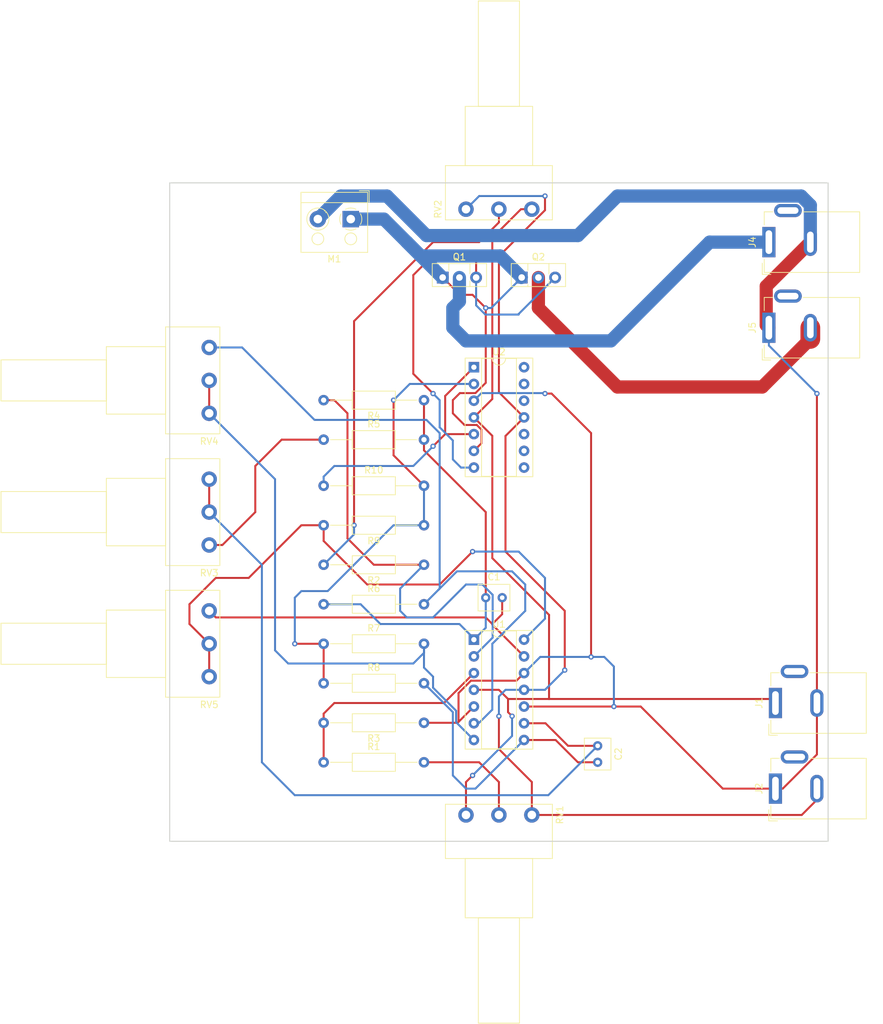
<source format=kicad_pcb>
(kicad_pcb (version 20211014) (generator pcbnew)
  (layers (0 "F.Cu" signal) (31 "B.Cu" signal) (34 "B.Paste" user) (35 "F.Paste" user) (36 "B.SilkS" user "B.Silkscreen") (37 "F.SilkS" user "F.Silkscreen") (38 "B.Mask" user) (39 "F.Mask" user) (44 "Edge.Cuts" user))
  (net 0 "")
  (net 1 "Net-(C1-Pad1)")
  (net 2 "Net-(C1-Pad2)")
  (net 3 "Net-(C2-Pad1)")
  (net 4 "Net-(C2-Pad2)")
  (net 5 "+12V")
  (net 6 "GND")
  (net 7 "-12V")
  (net 8 "MotorInput")
  (net 9 "Net-(J4-Pad1)")
  (net 10 "Net-(J5-Pad2)")
  (net 11 "InputSignal")
  (net 12 "Net-(Q1-Pad3)")
  (net 13 "FeedbackSignal")
  (net 14 "Net-(R5-Pad1)")
  (net 15 "Net-(R1-Pad1)")
  (net 16 "Net-(R2-Pad1)")
  (net 17 "Net-(R6-Pad2)")
  (net 18 "Net-(R10-Pad2)")
  (net 19 "Net-(R7-Pad2)")
  (net 26 "Net-(R9-Pad2)")
  (net 27 "Net-(R10-Pad1)")
  (footprint "Resistor_THT:R_Axial_DIN0207_L6.3mm_D2.5mm_P15.24mm_Horizontal" (layer "F.Cu") (at 40.38 56)
    (fp_text reference "R5" (at 7.62 -2.37) (layer "F.SilkS"))
    (fp_text value "100k")
    (pad "1" thru_hole circle (at 0 0) (size 1.6 1.6) (drill 0.8) (layers *.Cu *.Mask) (net 14 "Net-(R5-Pad1)"))
    (pad "2" thru_hole oval (at 15.24 0) (size 1.6 1.6) (drill 0.8) (layers *.Cu *.Mask) (net 1 "Net-(C1-Pad1)"))
  )
  (footprint "Connector_BarrelJack:BarrelJack_GCT_DCJ200-10-A_Horizontal" (layer "F.Cu") (at 109 109 90)
    (fp_text reference "J2" (at 0 -2.5 90) (layer "F.SilkS"))
    (fp_text value "Jack-DC")
    (pad "1" thru_hole rect (at 0 0 90) (size 4.6 2) (drill oval 3.6 1) (layers *.Cu *.Mask) (net 6 "GND"))
    (pad "2" thru_hole oval (at 0 6.3 90) (size 4.2 2) (drill oval 3.2 1) (layers *.Cu *.Mask) (net 7 "-12V"))
    (pad "3" thru_hole oval (at 4.8 2.9 90) (size 2 4.2) (drill oval 1 3.2) (layers *.Cu *.Mask))
  )
  (footprint "Potentiometer_THT:Potentiometer_Piher_PC-16_Single_Horizontal" (layer "F.Cu") (at 23 42 180)
    (fp_text reference "RV4" (at 0 -14.25) (layer "F.SilkS"))
    (fp_text value "100k")
    (pad "1" thru_hole circle (at 0 0 180) (size 2.34 2.34) (drill 1.3) (layers *.Cu *.Mask) (net 17 "Net-(R6-Pad2)"))
    (pad "2" thru_hole circle (at 0 -5 180) (size 2.34 2.34) (drill 1.3) (layers *.Cu *.Mask) (net 19 "Net-(R7-Pad2)"))
    (pad "3" thru_hole circle (at 0 -10 180) (size 2.34 2.34) (drill 1.3) (layers *.Cu *.Mask) (net 19 "Net-(R7-Pad2)"))
  )
  (footprint "Resistor_THT:R_Axial_DIN0207_L6.3mm_D2.5mm_P15.24mm_Horizontal" (layer "F.Cu") (at 40.38 105)
    (fp_text reference "R1" (at 7.62 -2.37) (layer "F.SilkS"))
    (fp_text value "10k")
    (pad "1" thru_hole circle (at 0 0) (size 1.6 1.6) (drill 0.8) (layers *.Cu *.Mask) (net 15 "Net-(R1-Pad1)"))
    (pad "2" thru_hole oval (at 15.24 0) (size 1.6 1.6) (drill 0.8) (layers *.Cu *.Mask) (net 11 "InputSignal"))
  )
  (footprint "Connector_BarrelJack:BarrelJack_GCT_DCJ200-10-A_Horizontal" (layer "F.Cu") (at 109 96 90)
    (fp_text reference "J1" (at 0 -2.5 90) (layer "F.SilkS"))
    (fp_text value "Jack-DC")
    (pad "1" thru_hole rect (at 0 0 90) (size 4.6 2) (drill oval 3.6 1) (layers *.Cu *.Mask) (net 5 "+12V"))
    (pad "2" thru_hole oval (at 0 6.3 90) (size 4.2 2) (drill oval 3.2 1) (layers *.Cu *.Mask) (net 6 "GND"))
    (pad "3" thru_hole oval (at 4.8 2.9 90) (size 2 4.2) (drill oval 1 3.2) (layers *.Cu *.Mask))
  )
  (footprint "Potentiometer_THT:Potentiometer_Piher_PC-16_Single_Horizontal" (layer "F.Cu") (at 23 62 180)
    (fp_text reference "RV3" (at 0 -14.25) (layer "F.SilkS"))
    (fp_text value "100k")
    (pad "1" thru_hole circle (at 0 0 180) (size 2.34 2.34) (drill 1.3) (layers *.Cu *.Mask) (net 3 "Net-(C2-Pad1)"))
    (pad "2" thru_hole circle (at 0 -5 180) (size 2.34 2.34) (drill 1.3) (layers *.Cu *.Mask) (net 3 "Net-(C2-Pad1)"))
    (pad "3" thru_hole circle (at 0 -10 180) (size 2.34 2.34) (drill 1.3) (layers *.Cu *.Mask) (net 14 "Net-(R5-Pad1)"))
  )
  (footprint "Resistor_THT:R_Axial_DIN0207_L6.3mm_D2.5mm_P15.24mm_Horizontal" (layer "F.Cu") (at 55.62 99 180)
    (fp_text reference "R3" (at 7.62 -2.37) (layer "F.SilkS"))
    (fp_text value "10k")
    (pad "1" thru_hole circle (at 0 0 180) (size 1.6 1.6) (drill 0.8) (layers *.Cu *.Mask) (net 6 "GND"))
    (pad "2" thru_hole oval (at 15.24 0 180) (size 1.6 1.6) (drill 0.8) (layers *.Cu *.Mask) (net 15 "Net-(R1-Pad1)"))
  )
  (footprint "Connector_BarrelJack:BarrelJack_GCT_DCJ200-10-A_Horizontal" (layer "F.Cu") (at 108 26 90)
    (fp_text reference "J4" (at 0 -2.5 90) (layer "F.SilkS"))
    (fp_text value "Jack-DC")
    (pad "1" thru_hole rect (at 0 0 90) (size 4.6 2) (drill oval 3.6 1) (layers *.Cu *.Mask) (net 9 "Net-(J4-Pad1)"))
    (pad "2" thru_hole oval (at 0 6.3 90) (size 4.2 2) (drill oval 3.2 1) (layers *.Cu *.Mask) (net 6 "GND"))
    (pad "3" thru_hole oval (at 4.8 2.9 90) (size 2 4.2) (drill oval 1 3.2) (layers *.Cu *.Mask))
  )
  (footprint "Connector_BarrelJack:BarrelJack_GCT_DCJ200-10-A_Horizontal" (layer "F.Cu") (at 108 39 90)
    (fp_text reference "J5" (at 0 -2.5 90) (layer "F.SilkS"))
    (fp_text value "Jack-DC")
    (pad "1" thru_hole rect (at 0 0 90) (size 4.6 2) (drill oval 3.6 1) (layers *.Cu *.Mask) (net 6 "GND"))
    (pad "2" thru_hole oval (at 0 6.3 90) (size 4.2 2) (drill oval 3.2 1) (layers *.Cu *.Mask) (net 10 "Net-(J5-Pad2)"))
    (pad "3" thru_hole oval (at 4.8 2.9 90) (size 2 4.2) (drill oval 1 3.2) (layers *.Cu *.Mask))
  )
  (footprint "Resistor_THT:R_Axial_DIN0207_L6.3mm_D2.5mm_P15.24mm_Horizontal" (layer "F.Cu") (at 40.38 81)
    (fp_text reference "R6" (at 7.62 -2.37) (layer "F.SilkS"))
    (fp_text value "47k")
    (pad "1" thru_hole circle (at 0 0) (size 1.6 1.6) (drill 0.8) (layers *.Cu *.Mask) (net 1 "Net-(C1-Pad1)"))
    (pad "2" thru_hole oval (at 15.24 0) (size 1.6 1.6) (drill 0.8) (layers *.Cu *.Mask) (net 17 "Net-(R6-Pad2)"))
  )
  (footprint "TerminalBlock_RND:TerminalBlock_RND_205-00001_1x02_P5.00mm_Horizontal" (layer "F.Cu") (at 44.5 22.5 180)
    (fp_text reference "M1" (at 2.5 -6.06) (layer "F.SilkS"))
    (fp_text value "Motor_DC")
    (pad "1" thru_hole rect (at 0 0 180) (size 2.5 2.5) (drill 1.3) (layers *.Cu *.Mask) (net 8 "MotorInput"))
    (pad "2" thru_hole circle (at 5 0 180) (size 2.5 2.5) (drill 1.3) (layers *.Cu *.Mask) (net 6 "GND"))
  )
  (footprint "Potentiometer_THT:Potentiometer_Piher_PC-16_Single_Horizontal" (layer "F.Cu") (at 23 82 180)
    (fp_text reference "RV5" (at 0 -14.25) (layer "F.SilkS"))
    (fp_text value "470k")
    (pad "1" thru_hole circle (at 0 0 180) (size 2.34 2.34) (drill 1.3) (layers *.Cu *.Mask) (net 2 "Net-(C1-Pad2)"))
    (pad "2" thru_hole circle (at 0 -5 180) (size 2.34 2.34) (drill 1.3) (layers *.Cu *.Mask) (net 26 "Net-(R9-Pad2)"))
    (pad "3" thru_hole circle (at 0 -10 180) (size 2.34 2.34) (drill 1.3) (layers *.Cu *.Mask) (net 26 "Net-(R9-Pad2)"))
  )
  (footprint "Resistor_THT:R_Axial_DIN0207_L6.3mm_D2.5mm_P15.24mm_Horizontal" (layer "F.Cu") (at 40.38 63)
    (fp_text reference "R10" (at 7.62 -2.37) (layer "F.SilkS"))
    (fp_text value "10k")
    (pad "1" thru_hole circle (at 0 0) (size 1.6 1.6) (drill 0.8) (layers *.Cu *.Mask) (net 27 "Net-(R10-Pad1)"))
    (pad "2" thru_hole oval (at 15.24 0) (size 1.6 1.6) (drill 0.8) (layers *.Cu *.Mask) (net 18 "Net-(R10-Pad2)"))
  )
  (footprint "Capacitor_THT:C_Rect_L4.6mm_W3.8mm_P2.50mm_MKS02_FKP02" (layer "F.Cu") (at 82 102.5 -90)
    (fp_text reference "C2" (at 1.25 -3.15 90) (layer "F.SilkS"))
    (fp_text value "4.7u")
    (pad "1" thru_hole circle (at 0 0 270) (size 1.4 1.4) (drill 0.7) (layers *.Cu *.Mask) (net 3 "Net-(C2-Pad1)"))
    (pad "2" thru_hole circle (at 2.5 0 270) (size 1.4 1.4) (drill 0.7) (layers *.Cu *.Mask) (net 4 "Net-(C2-Pad2)"))
  )
  (footprint "Potentiometer_THT:Potentiometer_Piher_PC-16_Single_Horizontal" (layer "F.Cu") (at 62 113 -90)
    (fp_text reference "RV1" (at 0 -14.25 90) (layer "F.SilkS"))
    (fp_text value "100k")
    (pad "1" thru_hole circle (at 0 0 270) (size 2.34 2.34) (drill 1.3) (layers *.Cu *.Mask) (net 5 "+12V"))
    (pad "2" thru_hole circle (at 0 -5 270) (size 2.34 2.34) (drill 1.3) (layers *.Cu *.Mask) (net 11 "InputSignal"))
    (pad "3" thru_hole circle (at 0 -10 270) (size 2.34 2.34) (drill 1.3) (layers *.Cu *.Mask) (net 7 "-12V"))
  )
  (footprint "Package_DIP:DIP-14_W7.62mm_Socket" (layer "F.Cu") (at 63.2 45)
    (fp_text reference "U2" (at 3.81 -2.33) (layer "F.SilkS"))
    (fp_text value "LM324")
    (pad "1" thru_hole rect (at 0 0) (size 1.6 1.6) (drill 0.8) (layers *.Cu *.Mask) (net 27 "Net-(R10-Pad1)"))
    (pad "2" thru_hole oval (at 0 2.54) (size 1.6 1.6) (drill 0.8) (layers *.Cu *.Mask) (net 18 "Net-(R10-Pad2)"))
    (pad "3" thru_hole oval (at 0 5.08) (size 1.6 1.6) (drill 0.8) (layers *.Cu *.Mask) (net 6 "GND"))
    (pad "4" thru_hole oval (at 0 7.62) (size 1.6 1.6) (drill 0.8) (layers *.Cu *.Mask) (net 5 "+12V"))
    (pad "5" thru_hole oval (at 0 10.16) (size 1.6 1.6) (drill 0.8) (layers *.Cu *.Mask) (net 27 "Net-(R10-Pad1)"))
    (pad "6" thru_hole oval (at 0 12.7) (size 1.6 1.6) (drill 0.8) (layers *.Cu *.Mask) (net 8 "MotorInput"))
    (pad "7" thru_hole oval (at 0 15.24) (size 1.6 1.6) (drill 0.8) (layers *.Cu *.Mask) (net 12 "Net-(Q1-Pad3)"))
    (pad "8" thru_hole oval (at 7.62 15.24) (size 1.6 1.6) (drill 0.8) (layers *.Cu *.Mask))
    (pad "9" thru_hole oval (at 7.62 12.7) (size 1.6 1.6) (drill 0.8) (layers *.Cu *.Mask))
    (pad "10" thru_hole oval (at 7.62 10.16) (size 1.6 1.6) (drill 0.8) (layers *.Cu *.Mask))
    (pad "11" thru_hole oval (at 7.62 7.62) (size 1.6 1.6) (drill 0.8) (layers *.Cu *.Mask) (net 7 "-12V"))
    (pad "12" thru_hole oval (at 7.62 5.08) (size 1.6 1.6) (drill 0.8) (layers *.Cu *.Mask))
    (pad "13" thru_hole oval (at 7.62 2.54) (size 1.6 1.6) (drill 0.8) (layers *.Cu *.Mask))
    (pad "14" thru_hole oval (at 7.62 0) (size 1.6 1.6) (drill 0.8) (layers *.Cu *.Mask))
  )
  (footprint "Resistor_THT:R_Axial_DIN0207_L6.3mm_D2.5mm_P15.24mm_Horizontal" (layer "F.Cu") (at 55.62 69 180)
    (fp_text reference "R9" (at 7.62 -2.37) (layer "F.SilkS"))
    (fp_text value "10k")
    (pad "1" thru_hole circle (at 0 0 180) (size 1.6 1.6) (drill 0.8) (layers *.Cu *.Mask) (net 18 "Net-(R10-Pad2)"))
    (pad "2" thru_hole oval (at 15.24 0 180) (size 1.6 1.6) (drill 0.8) (layers *.Cu *.Mask) (net 26 "Net-(R9-Pad2)"))
  )
  (footprint "Resistor_THT:R_Axial_DIN0207_L6.3mm_D2.5mm_P15.24mm_Horizontal" (layer "F.Cu") (at 40.38 87)
    (fp_text reference "R7" (at 7.62 -2.37) (layer "F.SilkS"))
    (fp_text value "10k")
    (pad "1" thru_hole circle (at 0 0) (size 1.6 1.6) (drill 0.8) (layers *.Cu *.Mask) (net 18 "Net-(R10-Pad2)"))
    (pad "2" thru_hole oval (at 15.24 0) (size 1.6 1.6) (drill 0.8) (layers *.Cu *.Mask) (net 19 "Net-(R7-Pad2)"))
  )
  (footprint "Package_TO_SOT_THT:TO-126-3_Vertical" (layer "F.Cu") (at 70.46 31.375)
    (fp_text reference "Q2" (at 2.54 -3.12) (layer "F.SilkS"))
    (fp_text value "BD434")
    (pad "1" thru_hole rect (at 0 0) (size 1.8 1.8) (drill 1) (layers *.Cu *.Mask) (net 8 "MotorInput"))
    (pad "2" thru_hole oval (at 2.54 0) (size 1.8 1.8) (drill 1) (layers *.Cu *.Mask) (net 10 "Net-(J5-Pad2)"))
    (pad "3" thru_hole oval (at 5.08 0) (size 1.8 1.8) (drill 1) (layers *.Cu *.Mask) (net 12 "Net-(Q1-Pad3)"))
  )
  (footprint "Resistor_THT:R_Axial_DIN0207_L6.3mm_D2.5mm_P15.24mm_Horizontal" (layer "F.Cu") (at 40.38 93)
    (fp_text reference "R8" (at 7.62 -2.37) (layer "F.SilkS"))
    (fp_text value "10k")
    (pad "1" thru_hole circle (at 0 0) (size 1.6 1.6) (drill 0.8) (layers *.Cu *.Mask) (net 18 "Net-(R10-Pad2)"))
    (pad "2" thru_hole oval (at 15.24 0) (size 1.6 1.6) (drill 0.8) (layers *.Cu *.Mask) (net 4 "Net-(C2-Pad2)"))
  )
  (footprint "Resistor_THT:R_Axial_DIN0207_L6.3mm_D2.5mm_P15.24mm_Horizontal" (layer "F.Cu") (at 55.62 50 180)
    (fp_text reference "R4" (at 7.62 -2.37) (layer "F.SilkS"))
    (fp_text value "10k")
    (pad "1" thru_hole circle (at 0 0 180) (size 1.6 1.6) (drill 0.8) (layers *.Cu *.Mask) (net 1 "Net-(C1-Pad1)"))
    (pad "2" thru_hole oval (at 15.24 0 180) (size 1.6 1.6) (drill 0.8) (layers *.Cu *.Mask) (net 16 "Net-(R2-Pad1)"))
  )
  (footprint "Resistor_THT:R_Axial_DIN0207_L6.3mm_D2.5mm_P15.24mm_Horizontal" (layer "F.Cu") (at 55.62 75 180)
    (fp_text reference "R2" (at 7.62 -2.37) (layer "F.SilkS"))
    (fp_text value "10k")
    (pad "1" thru_hole circle (at 0 0 180) (size 1.6 1.6) (drill 0.8) (layers *.Cu *.Mask) (net 16 "Net-(R2-Pad1)"))
    (pad "2" thru_hole oval (at 15.24 0 180) (size 1.6 1.6) (drill 0.8) (layers *.Cu *.Mask) (net 13 "FeedbackSignal"))
  )
  (footprint "Package_TO_SOT_THT:TO-126-3_Vertical" (layer "F.Cu") (at 58.46 31.375)
    (fp_text reference "Q1" (at 2.54 -3.12) (layer "F.SilkS"))
    (fp_text value "BD433")
    (pad "1" thru_hole rect (at 0 0) (size 1.8 1.8) (drill 1) (layers *.Cu *.Mask) (net 8 "MotorInput"))
    (pad "2" thru_hole oval (at 2.54 0) (size 1.8 1.8) (drill 1) (layers *.Cu *.Mask) (net 9 "Net-(J4-Pad1)"))
    (pad "3" thru_hole oval (at 5.08 0) (size 1.8 1.8) (drill 1) (layers *.Cu *.Mask) (net 12 "Net-(Q1-Pad3)"))
  )
  (footprint "Potentiometer_THT:Potentiometer_Piher_PC-16_Single_Horizontal" (layer "F.Cu") (at 72 21 90)
    (fp_text reference "RV2" (at 0 -14.25 90) (layer "F.SilkS"))
    (fp_text value "100k")
    (pad "1" thru_hole circle (at 0 0 90) (size 2.34 2.34) (drill 1.3) (layers *.Cu *.Mask) (net 5 "+12V"))
    (pad "2" thru_hole circle (at 0 -5 90) (size 2.34 2.34) (drill 1.3) (layers *.Cu *.Mask) (net 13 "FeedbackSignal"))
    (pad "3" thru_hole circle (at 0 -10 90) (size 2.34 2.34) (drill 1.3) (layers *.Cu *.Mask) (net 7 "-12V"))
  )
  (footprint "Package_DIP:DIP-14_W7.62mm_Socket" (layer "F.Cu") (at 63.2 86.375)
    (fp_text reference "U1" (at 3.81 -2.33) (layer "F.SilkS"))
    (fp_text value "LM324")
    (pad "1" thru_hole rect (at 0 0) (size 1.6 1.6) (drill 0.8) (layers *.Cu *.Mask) (net 1 "Net-(C1-Pad1)"))
    (pad "2" thru_hole oval (at 0 2.54) (size 1.6 1.6) (drill 0.8) (layers *.Cu *.Mask) (net 16 "Net-(R2-Pad1)"))
    (pad "3" thru_hole oval (at 0 5.08) (size 1.6 1.6) (drill 0.8) (layers *.Cu *.Mask) (net 15 "Net-(R1-Pad1)"))
    (pad "4" thru_hole oval (at 0 7.62) (size 1.6 1.6) (drill 0.8) (layers *.Cu *.Mask) (net 5 "+12V"))
    (pad "5" thru_hole oval (at 0 10.16) (size 1.6 1.6) (drill 0.8) (layers *.Cu *.Mask) (net 6 "GND"))
    (pad "6" thru_hole oval (at 0 12.7) (size 1.6 1.6) (drill 0.8) (layers *.Cu *.Mask) (net 17 "Net-(R6-Pad2)"))
    (pad "7" thru_hole oval (at 0 15.24) (size 1.6 1.6) (drill 0.8) (layers *.Cu *.Mask) (net 19 "Net-(R7-Pad2)"))
    (pad "8" thru_hole oval (at 7.62 15.24) (size 1.6 1.6) (drill 0.8) (layers *.Cu *.Mask) (net 4 "Net-(C2-Pad2)"))
    (pad "9" thru_hole oval (at 7.62 12.7) (size 1.6 1.6) (drill 0.8) (layers *.Cu *.Mask) (net 3 "Net-(C2-Pad1)"))
    (pad "10" thru_hole oval (at 7.62 10.16) (size 1.6 1.6) (drill 0.8) (layers *.Cu *.Mask) (net 6 "GND"))
    (pad "11" thru_hole oval (at 7.62 7.62) (size 1.6 1.6) (drill 0.8) (layers *.Cu *.Mask) (net 7 "-12V"))
    (pad "12" thru_hole oval (at 7.62 5.08) (size 1.6 1.6) (drill 0.8) (layers *.Cu *.Mask) (net 6 "GND"))
    (pad "13" thru_hole oval (at 7.62 2.54) (size 1.6 1.6) (drill 0.8) (layers *.Cu *.Mask) (net 2 "Net-(C1-Pad2)"))
    (pad "14" thru_hole oval (at 7.62 0) (size 1.6 1.6) (drill 0.8) (layers *.Cu *.Mask) (net 26 "Net-(R9-Pad2)"))
  )
  (footprint "Capacitor_THT:C_Rect_L4.6mm_W3.8mm_P2.50mm_MKS02_FKP02" (layer "F.Cu") (at 65 80)
    (fp_text reference "C1" (at 1.25 -3.15) (layer "F.SilkS"))
    (fp_text value "4.7u")
    (pad "1" thru_hole circle (at 0 0) (size 1.4 1.4) (drill 0.7) (layers *.Cu *.Mask) (net 1 "Net-(C1-Pad1)"))
    (pad "2" thru_hole circle (at 2.5 0) (size 1.4 1.4) (drill 0.7) (layers *.Cu *.Mask) (net 2 "Net-(C1-Pad2)"))
  )
  (gr_rect (start 17 17) (end 117 117) (layer "Edge.Cuts") (width 0.15) (fill none))
  (segment (start 55.62 56) (end 55.62 57.62) (width 0.3) (layer "F.Cu") (net 1))
  (segment (start 55.62 57.62) (end 65 67) (width 0.3) (layer "F.Cu") (net 1))
  (segment (start 55.62 50) (end 55.62 56) (width 0.3) (layer "F.Cu") (net 1))
  (segment (start 65 67) (end 65 80) (width 0.3) (layer "F.Cu") (net 1))
  (segment (start 65 84.575) (end 63.2 86.375) (width 0.3) (layer "B.Cu") (net 1))
  (segment (start 49 84) (end 61 84) (width 0.3) (layer "B.Cu") (net 1))
  (segment (start 46 81) (end 49 84) (width 0.3) (layer "B.Cu") (net 1))
  (segment (start 61 84) (end 63.2 86.2) (width 0.3) (layer "B.Cu") (net 1))
  (segment (start 40.38 81) (end 46 81) (width 0.3) (layer "B.Cu") (net 1))
  (segment (start 63.2 86.2) (end 63.2 86.375) (width 0.3) (layer "B.Cu") (net 1))
  (segment (start 65 80) (end 65 84.575) (width 0.3) (layer "B.Cu") (net 1))
  (segment (start 65 83) (end 66 84) (width 0.3) (layer "F.Cu") (net 2))
  (segment (start 66 84) (end 67.5 82.5) (width 0.3) (layer "F.Cu") (net 2))
  (segment (start 70.82 88.915) (end 66 84.095) (width 0.3) (layer "F.Cu") (net 2))
  (segment (start 23 82) (end 24 83) (width 0.3) (layer "F.Cu") (net 2))
  (segment (start 66 84.095) (end 66 84) (width 0.3) (layer "F.Cu") (net 2))
  (segment (start 67.5 82.5) (end 67.5 80) (width 0.3) (layer "F.Cu") (net 2))
  (segment (start 24 83) (end 65 83) (width 0.3) (layer "F.Cu") (net 2))
  (segment (start 82 102.5) (end 77.5 102.5) (width 0.3) (layer "F.Cu") (net 3))
  (segment (start 77.5 102.5) (end 74.075 99.075) (width 0.3) (layer "F.Cu") (net 3))
  (segment (start 23 62) (end 23 67) (width 0.3) (layer "F.Cu") (net 3))
  (segment (start 74.075 99.075) (end 70.82 99.075) (width 0.3) (layer "F.Cu") (net 3))
  (segment (start 31 75) (end 31 105) (width 0.3) (layer "B.Cu") (net 3))
  (segment (start 36 110) (end 74.5 110) (width 0.3) (layer "B.Cu") (net 3))
  (segment (start 23 67) (end 31 75) (width 0.3) (layer "B.Cu") (net 3))
  (segment (start 31 105) (end 36 110) (width 0.3) (layer "B.Cu") (net 3))
  (segment (start 74.5 110) (end 82 102.5) (width 0.3) (layer "B.Cu") (net 3))
  (segment (start 75.615 101.615) (end 79 105) (width 0.3) (layer "F.Cu") (net 4))
  (segment (start 70.82 101.615) (end 75.615 101.615) (width 0.3) (layer "F.Cu") (net 4))
  (segment (start 79 105) (end 82 105) (width 0.3) (layer "F.Cu") (net 4))
  (segment (start 62 109) (end 63.435 109) (width 0.3) (layer "B.Cu") (net 4))
  (segment (start 63.435 109) (end 70.82 101.615) (width 0.3) (layer "B.Cu") (net 4))
  (segment (start 55.62 93) (end 60 97.38) (width 0.3) (layer "B.Cu") (net 4))
  (segment (start 60 107) (end 62 109) (width 0.3) (layer "B.Cu") (net 4))
  (segment (start 60 97.38) (end 60 107) (width 0.3) (layer "B.Cu") (net 4))
  (segment (start 68.385 97.385) (end 68.385 95.385) (width 0.3) (layer "F.Cu") (net 5))
  (segment (start 74.615 95.385) (end 68.385 95.385) (width 0.3) (layer "F.Cu") (net 5))
  (segment (start 70.345371 21) (end 66 25.345371) (width 0.3) (layer "F.Cu") (net 5))
  (segment (start 66.995 93.995) (end 63.2 93.995) (width 0.3) (layer "F.Cu") (net 5))
  (segment (start 62 113) (end 62 108) (width 0.3) (layer "F.Cu") (net 5))
  (segment (start 109 96) (end 108.385 95.385) (width 0.3) (layer "F.Cu") (net 5))
  (segment (start 108.385 95.385) (end 74.615 95.385) (width 0.3) (layer "F.Cu") (net 5))
  (segment (start 63.2 52.62) (end 66 55.42) (width 0.3) (layer "F.Cu") (net 5))
  (segment (start 66 49.82) (end 63.2 52.62) (width 0.3) (layer "F.Cu") (net 5))
  (segment (start 72 21) (end 70.345371 21) (width 0.3) (layer "F.Cu") (net 5))
  (segment (start 66 55.42) (end 66 74) (width 0.3) (layer "F.Cu") (net 5))
  (segment (start 74.615 82.615) (end 74.615 95.385) (width 0.3) (layer "F.Cu") (net 5))
  (segment (start 66 25.345371) (end 66 49.82) (width 0.3) (layer "F.Cu") (net 5))
  (segment (start 66 74) (end 74.615 82.615) (width 0.3) (layer "F.Cu") (net 5))
  (segment (start 62 108) (end 63 107) (width 0.3) (layer "F.Cu") (net 5))
  (segment (start 69 98) (end 68.385 97.385) (width 0.3) (layer "F.Cu") (net 5))
  (segment (start 68.385 95.385) (end 66.995 93.995) (width 0.3) (layer "F.Cu") (net 5))
  (via (at 69 98) (size 0.8) (drill 0.4) (layers "F.Cu" "B.Cu") (net 5))
  (via (at 63 107) (size 0.8) (drill 0.4) (layers "F.Cu" "B.Cu") (net 5))
  (segment (start 69 101) (end 69 98) (width 0.3) (layer "B.Cu") (net 5))
  (segment (start 63 107) (end 69 101) (width 0.3) (layer "B.Cu") (net 5))
  (segment (start 109 109) (end 101 109) (width 0.3) (layer "F.Cu") (net 6))
  (segment (start 107.6 38.6) (end 107.6 32.7) (width 2) (layer "F.Cu") (net 6))
  (segment (start 84.465 96.535) (end 70.82 96.535) (width 0.3) (layer "F.Cu") (net 6))
  (segment (start 60.735 99) (end 63.2 96.535) (width 0.3) (layer "F.Cu") (net 6))
  (segment (start 75 49) (end 81 55) (width 0.3) (layer "F.Cu") (net 6))
  (segment (start 115.3 96) (end 115.3 49) (width 0.3) (layer "F.Cu") (net 6))
  (segment (start 62.757106 92.605) (end 60.8675 94.494606) (width 0.3) (layer "F.Cu") (net 6))
  (segment (start 88.535 96.535) (end 84.465 96.535) (width 0.3) (layer "F.Cu") (net 6))
  (segment (start 69.67 92.605) (end 62.757106 92.605) (width 0.3) (layer "F.Cu") (net 6))
  (segment (start 70.82 91.455) (end 69.67 92.605) (width 0.3) (layer "F.Cu") (net 6))
  (segment (start 110.109188 109) (end 109 109) (width 0.3) (layer "F.Cu") (net 6))
  (segment (start 81 55) (end 81 89) (width 0.3) (layer "F.Cu") (net 6))
  (segment (start 115.3 103.809188) (end 110.109188 109) (width 0.3) (layer "F.Cu") (net 6))
  (segment (start 60.8675 94.494606) (end 60.8675 98.8675) (width 0.3) (layer "F.Cu") (net 6))
  (segment (start 74 49) (end 75 49) (width 0.3) (layer "F.Cu") (net 6))
  (segment (start 55.62 99) (end 60.735 99) (width 0.3) (layer "F.Cu") (net 6))
  (segment (start 108 39) (end 107.6 38.6) (width 2) (layer "F.Cu") (net 6))
  (segment (start 101 109) (end 88.535 96.535) (width 0.3) (layer "F.Cu") (net 6))
  (segment (start 107.6 32.7) (end 114.3 26) (width 2) (layer "F.Cu") (net 6))
  (segment (start 115.3 96) (end 115.3 103.809188) (width 0.3) (layer "F.Cu") (net 6))
  (via (at 81 89) (size 0.8) (drill 0.4) (layers "F.Cu" "B.Cu") (net 6))
  (via (at 84.465 96.535) (size 0.8) (drill 0.4) (layers "F.Cu" "B.Cu") (net 6))
  (via (at 74 49) (size 0.8) (drill 0.4) (layers "F.Cu" "B.Cu") (net 6))
  (via (at 115.3 49) (size 0.8) (drill 0.4) (layers "F.Cu" "B.Cu") (net 6))
  (segment (start 73.93 48.93) (end 64.35 48.93) (width 0.3) (layer "B.Cu") (net 6))
  (segment (start 83 89) (end 81 89) (width 0.3) (layer "B.Cu") (net 6))
  (segment (start 108 41.7) (end 108 39) (width 0.3) (layer "B.Cu") (net 6))
  (segment (start 84.465 96.535) (end 84.465 90.465) (width 0.3) (layer "B.Cu") (net 6))
  (segment (start 85 19) (end 79 25) (width 2) (layer "B.Cu") (net 6))
  (segment (start 43 19) (end 39.5 22.5) (width 2) (layer "B.Cu") (net 6))
  (segment (start 50 19) (end 43 19) (width 2) (layer "B.Cu") (net 6))
  (segment (start 56 25) (end 50 19) (width 2) (layer "B.Cu") (net 6))
  (segment (start 73.275 89) (end 70.82 91.455) (width 0.3) (layer "B.Cu") (net 6))
  (segment (start 114.3 26) (end 114.3 20.38873) (width 2) (layer "B.Cu") (net 6))
  (segment (start 112.91127 19) (end 85 19) (width 2) (layer "B.Cu") (net 6))
  (segment (start 84.465 90.465) (end 83 89) (width 0.3) (layer "B.Cu") (net 6))
  (segment (start 79 25) (end 56 25) (width 2) (layer "B.Cu") (net 6))
  (segment (start 74 49) (end 73.93 48.93) (width 0.3) (layer "B.Cu") (net 6))
  (segment (start 114.3 20.38873) (end 112.91127 19) (width 2) (layer "B.Cu") (net 6))
  (segment (start 81 89) (end 73.275 89) (width 0.3) (layer "B.Cu") (net 6))
  (segment (start 115.3 49) (end 108 41.7) (width 0.3) (layer "B.Cu") (net 6))
  (segment (start 64.35 48.93) (end 63.2 50.08) (width 0.3) (layer "B.Cu") (net 6))
  (segment (start 115.3 110.7) (end 113 113) (width 0.3) (layer "F.Cu") (net 7))
  (segment (start 113 113) (end 72 113) (width 0.3) (layer "F.Cu") (net 7))
  (segment (start 68 73) (end 77 82) (width 0.3) (layer "F.Cu") (net 7))
  (segment (start 68 55.44) (end 68 73) (width 0.3) (layer "F.Cu") (net 7))
  (segment (start 72 113) (end 72 108) (width 0.3) (layer "F.Cu") (net 7))
  (segment (start 74 19) (end 74 21.149605) (width 0.3) (layer "F.Cu") (net 7))
  (segment (start 67 48.8) (end 70.82 52.62) (width 0.3) (layer "F.Cu") (net 7))
  (segment (start 67 28.149605) (end 67 48.8) (width 0.3) (layer "F.Cu") (net 7))
  (segment (start 70.82 52.62) (end 68 55.44) (width 0.3) (layer "F.Cu") (net 7))
  (segment (start 72 108) (end 70 106) (width 0.3) (layer "F.Cu") (net 7))
  (segment (start 74 21.149605) (end 67 28.149605) (width 0.3) (layer "F.Cu") (net 7))
  (segment (start 70 106) (end 67 103) (width 0.3) (layer "F.Cu") (net 7))
  (segment (start 67 103) (end 67 98) (width 0.3) (layer "F.Cu") (net 7))
  (segment (start 115.3 109) (end 115.3 110.7) (width 0.3) (layer "F.Cu") (net 7))
  (segment (start 77 82) (end 77 91) (width 0.3) (layer "F.Cu") (net 7))
  (via (at 74 19) (size 0.8) (drill 0.4) (layers "F.Cu" "B.Cu") (net 7))
  (via (at 77 91) (size 0.8) (drill 0.4) (layers "F.Cu" "B.Cu") (net 7))
  (via (at 67 98) (size 0.8) (drill 0.4) (layers "F.Cu" "B.Cu") (net 7))
  (segment (start 67 95) (end 68.005 93.995) (width 0.3) (layer "B.Cu") (net 7))
  (segment (start 68.005 93.995) (end 70.82 93.995) (width 0.3) (layer "B.Cu") (net 7))
  (segment (start 62 21) (end 64 19) (width 0.3) (layer "B.Cu") (net 7))
  (segment (start 67 98) (end 67 95) (width 0.3) (layer "B.Cu") (net 7))
  (segment (start 64 19) (end 74 19) (width 0.3) (layer "B.Cu") (net 7))
  (segment (start 74.005 93.995) (end 70.82 93.995) (width 0.3) (layer "B.Cu") (net 7))
  (segment (start 77 91) (end 74.005 93.995) (width 0.3) (layer "B.Cu") (net 7))
  (segment (start 63.436346 48.93) (end 65 47.366346) (width 0.3) (layer "F.Cu") (net 8))
  (segment (start 63 34) (end 61.085 34) (width 0.3) (layer "F.Cu") (net 8))
  (segment (start 61.085 34) (end 58.46 31.375) (width 0.3) (layer "F.Cu") (net 8))
  (segment (start 63.2 57.7) (end 64.35 56.55) (width 0.3) (layer "F.Cu") (net 8))
  (segment (start 63.642894 53.77) (end 61.77 53.77) (width 0.3) (layer "F.Cu") (net 8))
  (segment (start 64.35 56.55) (end 64.35 54.477106) (width 0.3) (layer "F.Cu") (net 8))
  (segment (start 60 52) (end 60 50) (width 0.3) (layer "F.Cu") (net 8))
  (segment (start 60 50) (end 61.07 48.93) (width 0.3) (layer "F.Cu") (net 8))
  (segment (start 61.77 53.77) (end 60 52) (width 0.3) (layer "F.Cu") (net 8))
  (segment (start 64.35 54.477106) (end 63.642894 53.77) (width 0.3) (layer "F.Cu") (net 8))
  (segment (start 65 36) (end 63 34) (width 0.3) (layer "F.Cu") (net 8))
  (segment (start 65 47.366346) (end 65 36) (width 0.3) (layer "F.Cu") (net 8))
  (segment (start 61.07 48.93) (end 63.436346 48.93) (width 0.3) (layer "F.Cu") (net 8))
  (via (at 65 36) (size 0.8) (drill 0.4) (layers "F.Cu" "B.Cu") (net 8))
  (segment (start 55.125 28.1) (end 67.185 28.1) (width 2) (layer "B.Cu") (net 8))
  (segment (start 53.0125 25.9875) (end 58.4 31.375) (width 2) (layer "B.Cu") (net 8))
  (segment (start 53.0125 25.9875) (end 55.125 28.1) (width 2) (layer "B.Cu") (net 8))
  (segment (start 65 36) (end 65.835 36) (width 0.3) (layer "B.Cu") (net 8))
  (segment (start 44.5 22.5) (end 49.525 22.5) (width 2) (layer "B.Cu") (net 8))
  (segment (start 67.185 28.1) (end 70.4 31.315) (width 2) (layer "B.Cu") (net 8))
  (segment (start 70.4 31.315) (end 70.4 31.375) (width 2) (layer "B.Cu") (net 8))
  (segment (start 49.525 22.5) (end 53.0125 25.9875) (width 2) (layer "B.Cu") (net 8))
  (segment (start 65.835 36) (end 70.46 31.375) (width 0.3) (layer "B.Cu") (net 8))
  (segment (start 60 36) (end 61 35) (width 2) (layer "B.Cu") (net 9))
  (segment (start 108 26) (end 99 26) (width 2) (layer "B.Cu") (net 9))
  (segment (start 60 39) (end 60 36) (width 2) (layer "B.Cu") (net 9))
  (segment (start 61 35) (end 61 31.375) (width 2) (layer "B.Cu") (net 9))
  (segment (start 62 41) (end 60 39) (width 2) (layer "B.Cu") (net 9))
  (segment (start 84 41) (end 62 41) (width 2) (layer "B.Cu") (net 9))
  (segment (start 99 26) (end 84 41) (width 2) (layer "B.Cu") (net 9))
  (segment (start 107 48) (end 85 48) (width 2) (layer "F.Cu") (net 10))
  (segment (start 114.3 39) (end 114.3 40.7) (width 3) (layer "F.Cu") (net 10))
  (segment (start 85 48) (end 73 36) (width 2) (layer "F.Cu") (net 10))
  (segment (start 73 36) (end 73 31.375) (width 2) (layer "F.Cu") (net 10))
  (segment (start 114.3 40.7) (end 107 48) (width 2) (layer "F.Cu") (net 10))
  (segment (start 64 105) (end 55.62 105) (width 0.3) (layer "F.Cu") (net 11))
  (segment (start 67 108) (end 64 105) (width 0.3) (layer "F.Cu") (net 11))
  (segment (start 67 113) (end 67 108) (width 0.3) (layer "F.Cu") (net 11))
  (segment (start 57 49) (end 54 46) (width 0.3) (layer "F.Cu") (net 12))
  (segment (start 54 46) (end 54 31) (width 0.3) (layer "F.Cu") (net 12))
  (segment (start 63 28) (end 63.54 28.54) (width 0.3) (layer "F.Cu") (net 12))
  (segment (start 63.54 28.54) (end 63.54 31.375) (width 0.3) (layer "F.Cu") (net 12))
  (segment (start 54 31) (end 57 28) (width 0.3) (layer "F.Cu") (net 12))
  (segment (start 57 28) (end 63 28) (width 0.3) (layer "F.Cu") (net 12))
  (via (at 57 49) (size 0.8) (drill 0.4) (layers "F.Cu" "B.Cu") (net 12))
  (segment (start 63.54 31.375) (end 63.54 35.600661) (width 0.3) (layer "B.Cu") (net 12))
  (segment (start 61.24 60.24) (end 63.2 60.24) (width 0.3) (layer "B.Cu") (net 12))
  (segment (start 63.54 35.600661) (end 64.939339 37) (width 0.3) (layer "B.Cu") (net 12))
  (segment (start 60 56.126346) (end 60 59) (width 0.3) (layer "B.Cu") (net 12))
  (segment (start 64.939339 37) (end 70 37) (width 0.3) (layer "B.Cu") (net 12))
  (segment (start 58 50) (end 58 54.126346) (width 0.3) (layer "B.Cu") (net 12))
  (segment (start 60 59) (end 61.24 60.24) (width 0.3) (layer "B.Cu") (net 12))
  (segment (start 70 37) (end 70 36.915) (width 0.3) (layer "B.Cu") (net 12))
  (segment (start 70 36.915) (end 75.54 31.375) (width 0.3) (layer "B.Cu") (net 12))
  (segment (start 57 49) (end 58 50) (width 0.3) (layer "B.Cu") (net 12))
  (segment (start 58 54.126346) (end 60 56.126346) (width 0.3) (layer "B.Cu") (net 12))
  (segment (start 67 23) (end 67 21) (width 0.3) (layer "F.Cu") (net 13))
  (segment (start 45 69) (end 45 38) (width 0.3) (layer "F.Cu") (net 13))
  (segment (start 45 38) (end 57 26) (width 0.3) (layer "F.Cu") (net 13))
  (segment (start 57 26) (end 64 26) (width 0.3) (layer "F.Cu") (net 13))
  (segment (start 64 26) (end 67 23) (width 0.3) (layer "F.Cu") (net 13))
  (via (at 45 69) (size 0.8) (drill 0.4) (layers "F.Cu" "B.Cu") (net 13))
  (segment (start 45 70.38) (end 40.38 75) (width 0.3) (layer "B.Cu") (net 13))
  (segment (start 45 69) (end 45 70.38) (width 0.3) (layer "B.Cu") (net 13))
  (segment (start 30 67) (end 30 60) (width 0.3) (layer "F.Cu") (net 14))
  (segment (start 25 72) (end 30 67) (width 0.3) (layer "F.Cu") (net 14))
  (segment (start 34 56) (end 40.38 56) (width 0.3) (layer "F.Cu") (net 14))
  (segment (start 23 72) (end 25 72) (width 0.3) (layer "F.Cu") (net 14))
  (segment (start 30 60) (end 34 56) (width 0.3) (layer "F.Cu") (net 14))
  (segment (start 40.38 99) (end 40.38 97.62) (width 0.3) (layer "F.Cu") (net 15))
  (segment (start 40.38 97.62) (end 42 96) (width 0.3) (layer "F.Cu") (net 15))
  (segment (start 40.38 105) (end 40.38 99) (width 0.3) (layer "F.Cu") (net 15))
  (segment (start 42 96) (end 58.655 96) (width 0.3) (layer "F.Cu") (net 15))
  (segment (start 58.655 96) (end 63.2 91.455) (width 0.3) (layer "F.Cu") (net 15))
  (segment (start 44 52) (end 44 71) (width 0.3) (layer "F.Cu") (net 16))
  (segment (start 40.38 50) (end 42 50) (width 0.3) (layer "F.Cu") (net 16))
  (segment (start 48 75) (end 55.62 75) (width 0.3) (layer "F.Cu") (net 16))
  (segment (start 44 71) (end 48 75) (width 0.3) (layer "F.Cu") (net 16))
  (segment (start 42 50) (end 44 52) (width 0.3) (layer "F.Cu") (net 16))
  (segment (start 66.05 86.065) (end 66.05 79.565075) (width 0.3) (layer "B.Cu") (net 16))
  (segment (start 53 83) (end 52 82) (width 0.3) (layer "B.Cu") (net 16))
  (segment (start 63.2 88.915) (end 66.05 86.065) (width 0.3) (layer "B.Cu") (net 16))
  (segment (start 52 82) (end 52 78.62) (width 0.3) (layer "B.Cu") (net 16))
  (segment (start 57 83) (end 53 83) (width 0.3) (layer "B.Cu") (net 16))
  (segment (start 52 78.62) (end 55.62 75) (width 0.3) (layer "B.Cu") (net 16))
  (segment (start 62 78) (end 57 83) (width 0.3) (layer "B.Cu") (net 16))
  (segment (start 66.05 79.565075) (end 64.484925 78) (width 0.3) (layer "B.Cu") (net 16))
  (segment (start 64.484925 78) (end 62 78) (width 0.3) (layer "B.Cu") (net 16))
  (segment (start 69 76) (end 60.62 76) (width 0.3) (layer "B.Cu") (net 17))
  (segment (start 57.81 78.81) (end 55.62 81) (width 0.3) (layer "B.Cu") (net 17))
  (segment (start 63.275 99) (end 64 99) (width 0.3) (layer "B.Cu") (net 17))
  (segment (start 28 42) (end 39 53) (width 0.3) (layer "B.Cu") (net 17))
  (segment (start 58 78.62) (end 57.81 78.81) (width 0.3) (layer "B.Cu") (net 17))
  (segment (start 64 99) (end 66 97) (width 0.3) (layer "B.Cu") (net 17))
  (segment (start 71 78) (end 69 76) (width 0.3) (layer "B.Cu") (net 17))
  (segment (start 63.2 99.075) (end 63.275 99) (width 0.3) (layer "B.Cu") (net 17))
  (segment (start 66 87) (end 71 82) (width 0.3) (layer "B.Cu") (net 17))
  (segment (start 23 42) (end 28 42) (width 0.3) (layer "B.Cu") (net 17))
  (segment (start 39 53) (end 56 53) (width 0.3) (layer "B.Cu") (net 17))
  (segment (start 58 55) (end 58 78.62) (width 0.3) (layer "B.Cu") (net 17))
  (segment (start 60.62 76) (end 57.81 78.81) (width 0.3) (layer "B.Cu") (net 17))
  (segment (start 66 97) (end 66 87) (width 0.3) (layer "B.Cu") (net 17))
  (segment (start 71 82) (end 71 78) (width 0.3) (layer "B.Cu") (net 17))
  (segment (start 56 53) (end 58 55) (width 0.3) (layer "B.Cu") (net 17))
  (segment (start 51 58.38) (end 55.62 63) (width 0.3) (layer "F.Cu") (net 18))
  (segment (start 40.38 93) (end 40.38 87) (width 0.3) (layer "F.Cu") (net 18))
  (segment (start 51 50) (end 51 58.38) (width 0.3) (layer "F.Cu") (net 18))
  (segment (start 40.38 87) (end 36 87) (width 0.3) (layer "F.Cu") (net 18))
  (via (at 51 50) (size 0.8) (drill 0.4) (layers "F.Cu" "B.Cu") (net 18))
  (via (at 36 87) (size 0.8) (drill 0.4) (layers "F.Cu" "B.Cu") (net 18))
  (segment (start 53.46 47.54) (end 51 50) (width 0.3) (layer "B.Cu") (net 18))
  (segment (start 36 87) (end 36 80) (width 0.3) (layer "B.Cu") (net 18))
  (segment (start 55.62 69) (end 55.62 63) (width 0.3) (layer "B.Cu") (net 18))
  (segment (start 36 80) (end 37 79) (width 0.3) (layer "B.Cu") (net 18))
  (segment (start 41 79) (end 51 69) (width 0.3) (layer "B.Cu") (net 18))
  (segment (start 37 79) (end 41 79) (width 0.3) (layer "B.Cu") (net 18))
  (segment (start 51 69) (end 55.62 69) (width 0.3) (layer "B.Cu") (net 18))
  (segment (start 63.2 47.54) (end 53.46 47.54) (width 0.3) (layer "B.Cu") (net 18))
  (segment (start 23 52) (end 23 47) (width 0.3) (layer "F.Cu") (net 19))
  (segment (start 60.5 97.172893) (end 57 93.672894) (width 0.3) (layer "B.Cu") (net 19))
  (segment (start 33 62) (end 33 88) (width 0.3) (layer "B.Cu") (net 19))
  (segment (start 23 52) (end 33 62) (width 0.3) (layer "B.Cu") (net 19))
  (segment (start 60.5 98.915) (end 60.5 97.172893) (width 0.3) (layer "B.Cu") (net 19))
  (segment (start 33 88) (end 35 90) (width 0.3) (layer "B.Cu") (net 19))
  (segment (start 63.2 101.615) (end 60.5 98.915) (width 0.3) (layer "B.Cu") (net 19))
  (segment (start 57 92) (end 55.62 90.62) (width 0.3) (layer "B.Cu") (net 19))
  (segment (start 57 93.672894) (end 57 92) (width 0.3) (layer "B.Cu") (net 19))
  (segment (start 54 90) (end 55.62 88.38) (width 0.3) (layer "B.Cu") (net 19))
  (segment (start 55.62 90.62) (end 55.62 87) (width 0.3) (layer "B.Cu") (net 19))
  (segment (start 55.62 88.38) (end 55.62 87) (width 0.3) (layer "B.Cu") (net 19))
  (segment (start 35 90) (end 54 90) (width 0.3) (layer "B.Cu") (net 19))
  (segment (start 20 84) (end 20 81) (width 0.3) (layer "F.Cu") (net 26))
  (segment (start 58 78) (end 63 73) (width 0.3) (layer "F.Cu") (net 26))
  (segment (start 40.38 69) (end 40.38 71.38) (width 0.3) (layer "F.Cu") (net 26))
  (segment (start 20 81) (end 24 77) (width 0.3) (layer "F.Cu") (net 26))
  (segment (start 24 77) (end 29 77) (width 0.3) (layer "F.Cu") (net 26))
  (segment (start 47 78) (end 58 78) (width 0.3) (layer "F.Cu") (net 26))
  (segment (start 23 87) (end 20 84) (width 0.3) (layer "F.Cu") (net 26))
  (segment (start 40.38 71.38) (end 47 78) (width 0.3) (layer "F.Cu") (net 26))
  (segment (start 29 77) (end 37 69) (width 0.3) (layer "F.Cu") (net 26))
  (segment (start 23 92) (end 23 87) (width 0.3) (layer "F.Cu") (net 26))
  (segment (start 37 69) (end 40.38 69) (width 0.3) (layer "F.Cu") (net 26))
  (via (at 63 73) (size 0.8) (drill 0.4) (layers "F.Cu" "B.Cu") (net 26))
  (segment (start 74 83.195) (end 70.82 86.375) (width 0.3) (layer "B.Cu") (net 26))
  (segment (start 63 73) (end 70 73) (width 0.3) (layer "B.Cu") (net 26))
  (segment (start 70 73) (end 74 77) (width 0.3) (layer "B.Cu") (net 26))
  (segment (start 74 77) (end 74 83.195) (width 0.3) (layer "B.Cu") (net 26))
  (segment (start 57 57) (end 58.84 55.16) (width 0.3) (layer "F.Cu") (net 27))
  (segment (start 58.84 55.16) (end 63.2 55.16) (width 0.3) (layer "F.Cu") (net 27))
  (segment (start 58.84 49.36) (end 58.84 55.16) (width 0.3) (layer "F.Cu") (net 27))
  (segment (start 63.2 45) (end 58.84 49.36) (width 0.3) (layer "F.Cu") (net 27))
  (via (at 57 57) (size 0.8) (drill 0.4) (layers "F.Cu" "B.Cu") (net 27))
  (segment (start 40.38 61.62) (end 41 61) (width 0.3) (layer "B.Cu") (net 27))
  (segment (start 41 61) (end 42 60) (width 0.3) (layer "B.Cu") (net 27))
  (segment (start 54 60) (end 57 57) (width 0.3) (layer "B.Cu") (net 27))
  (segment (start 40.38 63) (end 40.38 61.62) (width 0.3) (layer "B.Cu") (net 27))
  (segment (start 42 60) (end 54 60) (width 0.3) (layer "B.Cu") (net 27))
)
</source>
